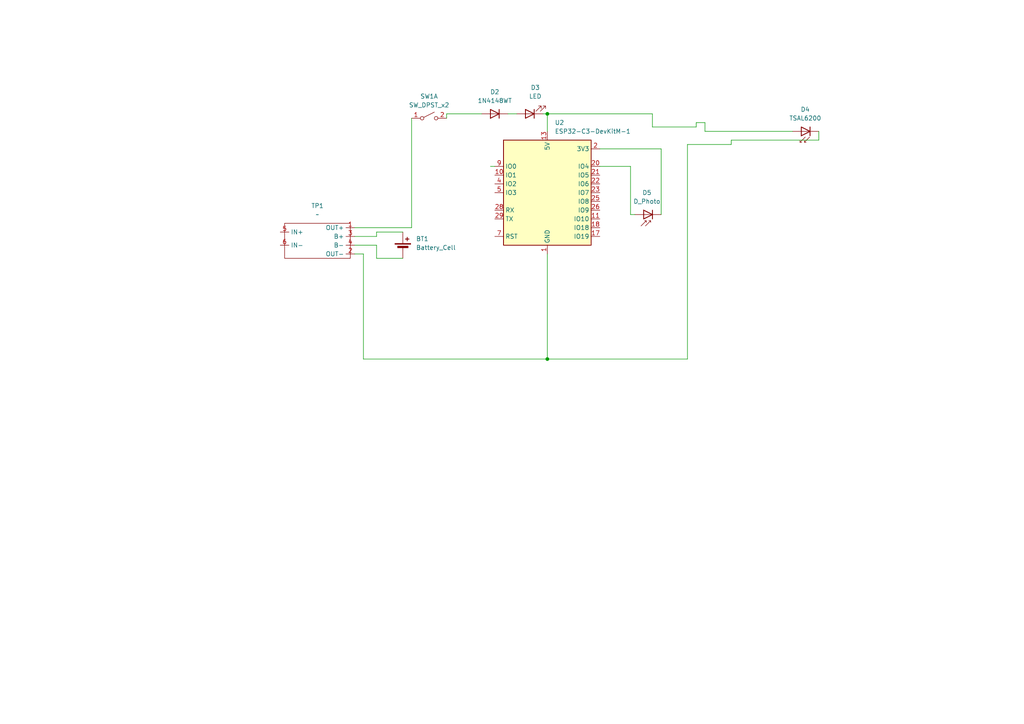
<source format=kicad_sch>
(kicad_sch (version 20250114) (generator "eeschema") (generator_version "9.0")
  (paper "A4")
  (lib_symbols
    (symbol "Device:Battery_Cell" (pin_numbers (hide yes)) (pin_names (offset 0) (hide yes))
      (property "Reference" "BT" (at 2.54 2.54 0))
      (property "Value" "Battery_Cell" (at 2.54 0 0))
      (symbol "Battery_Cell_0_1"
        (rectangle (start -2.286 1.778) (end 2.286 1.524) (fill (type outline)))
        (rectangle (start -1.524 1.016) (end 1.524 0.508) (fill (type outline)))
        (polyline (pts (xy 0 1.778) (xy 0 2.54)))
        (polyline (pts (xy 0 0.762) (xy 0 0)))
        (polyline (pts (xy 0.762 3.048) (xy 1.778 3.048)) (stroke (width 0.254)))
        (polyline (pts (xy 1.27 3.556) (xy 1.27 2.54)) (stroke (width 0.254)))
      )
      (symbol "Battery_Cell_1_1"
        (pin passive line (at 0 5.08 270) (length 2.54) (name "+") (number "1"))
        (pin passive line (at 0 -2.54 90) (length 2.54) (name "-") (number "2"))
      )
    )
    (symbol "Device:D_Photo" (pin_numbers (hide yes)) (pin_names (hide yes))
      (property "Reference" "D" (at 0.508 1.778 0))
      (property "Value" "D_Photo" (at -1.016 -2.794 0))
      (symbol "D_Photo_0_1"
        (polyline (pts (xy -2.54 1.27) (xy -2.54 -1.27)) (stroke (width 0.254)))
        (polyline (pts (xy -2.032 1.778) (xy -1.524 1.778)))
        (polyline (pts (xy -0.508 3.302) (xy -2.032 1.778) (xy -2.032 2.286)))
        (polyline (pts (xy 0 0) (xy -2.54 0)))
        (polyline (pts (xy 0 -1.27) (xy 0 1.27) (xy -2.54 0) (xy 0 -1.27)) (stroke (width 0.254)))
        (polyline (pts (xy 0.762 3.302) (xy -0.762 1.778) (xy -0.762 2.286) (xy -0.762 1.778) (xy -0.254 1.778)))
      )
      (symbol "D_Photo_1_1"
        (pin passive line (at -5.08 0 0) (length 2.54) (name "K") (number "1"))
        (pin passive line (at 2.54 0 180) (length 2.54) (name "A") (number "2"))
      )
    )
    (symbol "Device:LED" (pin_numbers (hide yes)) (pin_names (offset 1.016) (hide yes))
      (property "Reference" "D" (at 0 2.54 0))
      (property "Value" "LED" (at 0 -2.54 0))
      (symbol "LED_0_1"
        (polyline (pts (xy -3.048 -0.762) (xy -4.572 -2.286) (xy -3.81 -2.286) (xy -4.572 -2.286) (xy -4.572 -1.524)))
        (polyline (pts (xy -1.778 -0.762) (xy -3.302 -2.286) (xy -2.54 -2.286) (xy -3.302 -2.286) (xy -3.302 -1.524)))
        (polyline (pts (xy -1.27 0) (xy 1.27 0)))
        (polyline (pts (xy -1.27 -1.27) (xy -1.27 1.27)) (stroke (width 0.254)))
        (polyline (pts (xy 1.27 -1.27) (xy 1.27 1.27) (xy -1.27 0) (xy 1.27 -1.27)) (stroke (width 0.254)))
      )
      (symbol "LED_1_1"
        (pin passive line (at -3.81 0 0) (length 2.54) (name "K") (number "1"))
        (pin passive line (at 3.81 0 180) (length 2.54) (name "A") (number "2"))
      )
    )
    (symbol "Diode:1N4148WT" (pin_numbers (hide yes)) (pin_names (hide yes))
      (property "Reference" "D" (at 0 2.54 0))
      (property "Value" "1N4148WT" (at 0 -2.54 0))
      (symbol "1N4148WT_0_1"
        (polyline (pts (xy -1.27 1.27) (xy -1.27 -1.27)) (stroke (width 0.254)))
        (polyline (pts (xy 1.27 1.27) (xy 1.27 -1.27) (xy -1.27 0) (xy 1.27 1.27)) (stroke (width 0.254)))
        (polyline (pts (xy 1.27 0) (xy -1.27 0)))
      )
      (symbol "1N4148WT_1_1"
        (pin passive line (at -3.81 0 0) (length 2.54) (name "K") (number "1"))
        (pin passive line (at 3.81 0 180) (length 2.54) (name "A") (number "2"))
      )
    )
    (symbol "LED:TSAL4400" (pin_numbers (hide yes)) (pin_names (offset 1.016) (hide yes))
      (property "Reference" "D" (at 0.508 1.778 0))
      (property "Value" "TSAL4400" (at -1.016 -2.794 0))
      (symbol "TSAL4400_0_1"
        (polyline (pts (xy -2.54 1.27) (xy -2.54 -1.27)) (stroke (width 0.254)))
        (polyline (pts (xy -2.413 1.651) (xy -0.889 3.175) (xy -0.889 2.667) (xy -0.889 3.175) (xy -1.397 3.175)))
        (polyline (pts (xy -1.143 1.651) (xy 0.381 3.175) (xy 0.381 2.667)))
        (polyline (pts (xy 0 1.27) (xy -2.54 0) (xy 0 -1.27) (xy 0 1.27)) (stroke (width 0.254)))
        (polyline (pts (xy 0 0) (xy -2.54 0)))
        (polyline (pts (xy 0.381 3.175) (xy -0.127 3.175)))
      )
      (symbol "TSAL4400_1_1"
        (pin passive line (at -5.08 0 0) (length 2.54) (name "K") (number "1"))
        (pin passive line (at 2.54 0 180) (length 2.54) (name "A") (number "2"))
      )
    )
    (symbol "New_Library_1:TP4056_battry_charger"
      (property "Reference" "TP1" (at 3.175 3.81 0))
      (property "Value" "~" (at 3.175 1.27 0))
      (symbol "TP4056_battry_charger_0_1"
        (rectangle (start -6.35 -1.27) (end 12.7 -11.43))
      )
      (symbol "TP4056_battry_charger_1_1"
        (pin power_in line (at -7.62 -3.81 0) (length 2.54) (name "IN+") (number "5"))
        (pin power_in line (at -7.62 -7.62 0) (length 2.54) (name "IN-") (number "6"))
        (pin power_out line (at 13.97 -2.54 180) (length 2.54) (name "OUT+") (number "1"))
        (pin power_in line (at 13.97 -5.08 180) (length 2.54) (name "B+") (number "3"))
        (pin power_in line (at 13.97 -7.62 180) (length 2.54) (name "B-") (number "4"))
        (pin power_out line (at 13.97 -10.16 180) (length 2.54) (name "OUT-") (number "2"))
      )
    )
    (symbol "RF_Module:ESP32-C3-DevKitM-1"
      (property "Reference" "U" (at 7.62 16.51 0))
      (property "Value" "ESP32-C3-DevKitM-1" (at 11.684 -16.764 0))
      (symbol "ESP32-C3-DevKitM-1_1_1"
        (rectangle (start -12.7 15.24) (end 12.7 -15.24) (stroke (width 0.254)) (fill (type background)))
        (pin bidirectional line (at -15.24 7.62 0) (length 2.54) (name "IO0") (number "9"))
        (pin bidirectional line (at -15.24 5.08 0) (length 2.54) (name "IO1") (number "10"))
        (pin bidirectional line (at -15.24 2.54 0) (length 2.54) (name "IO2") (number "4"))
        (pin bidirectional line (at -15.24 0 0) (length 2.54) (name "IO3") (number "5"))
        (pin input line (at -15.24 -5.08 0) (length 2.54) (name "RX") (number "28"))
        (pin output line (at -15.24 -7.62 0) (length 2.54) (name "TX") (number "29"))
        (pin input line (at -15.24 -12.7 0) (length 2.54) (name "RST") (number "7"))
        (pin passive line (at 0 17.78 270) (length 2.54) (name "5V") (number "13"))
        (pin passive line (at 0 17.78 270) (length 2.54) (hide yes) (name "5V") (number "14"))
        (pin power_in line (at 0 -17.78 90) (length 2.54) (name "GND") (number "1"))
        (pin passive line (at 0 -17.78 90) (length 2.54) (hide yes) (name "GND") (number "12"))
        (pin passive line (at 0 -17.78 90) (length 2.54) (hide yes) (name "GND") (number "15"))
        (pin passive line (at 0 -17.78 90) (length 2.54) (hide yes) (name "GND") (number "16"))
        (pin passive line (at 0 -17.78 90) (length 2.54) (hide yes) (name "GND") (number "19"))
        (pin passive line (at 0 -17.78 90) (length 2.54) (hide yes) (name "GND") (number "24"))
        (pin passive line (at 0 -17.78 90) (length 2.54) (hide yes) (name "GND") (number "27"))
        (pin passive line (at 0 -17.78 90) (length 2.54) (hide yes) (name "GND") (number "30"))
        (pin passive line (at 0 -17.78 90) (length 2.54) (hide yes) (name "GND") (number "6"))
        (pin passive line (at 0 -17.78 90) (length 2.54) (hide yes) (name "GND") (number "8"))
        (pin power_out line (at 15.24 12.7 180) (length 2.54) (name "3V3") (number "2"))
        (pin passive line (at 15.24 12.7 180) (length 2.54) (hide yes) (name "3V3") (number "3"))
        (pin bidirectional line (at 15.24 7.62 180) (length 2.54) (name "IO4") (number "20"))
        (pin bidirectional line (at 15.24 5.08 180) (length 2.54) (name "IO5") (number "21"))
        (pin bidirectional line (at 15.24 2.54 180) (length 2.54) (name "IO6") (number "22"))
        (pin bidirectional line (at 15.24 0 180) (length 2.54) (name "IO7") (number "23"))
        (pin bidirectional line (at 15.24 -2.54 180) (length 2.54) (name "IO8") (number "25"))
        (pin bidirectional line (at 15.24 -5.08 180) (length 2.54) (name "IO9") (number "26"))
        (pin bidirectional line (at 15.24 -7.62 180) (length 2.54) (name "IO10") (number "11"))
        (pin bidirectional line (at 15.24 -10.16 180) (length 2.54) (name "IO18") (number "18"))
        (pin bidirectional line (at 15.24 -12.7 180) (length 2.54) (name "IO19") (number "17"))
      )
    )
    (symbol "Switch:SW_DPST_x2" (pin_names (offset 0) (hide yes))
      (property "Reference" "SW" (at 0 3.175 0))
      (property "Value" "SW_DPST_x2" (at 0 -2.54 0))
      (symbol "SW_DPST_x2_0_0"
        (circle (center -2.032 0) (radius 0.508))
        (polyline (pts (xy -1.524 0.254) (xy 1.524 1.778)))
        (circle (center 2.032 0) (radius 0.508))
      )
      (symbol "SW_DPST_x2_1_1"
        (pin passive line (at -5.08 0 0) (length 2.54) (name "A") (number "1"))
        (pin passive line (at 5.08 0 180) (length 2.54) (name "B") (number "2"))
      )
      (symbol "SW_DPST_x2_2_1"
        (pin passive line (at -5.08 0 0) (length 2.54) (name "A") (number "3"))
        (pin passive line (at 5.08 0 180) (length 2.54) (name "B") (number "4"))
      )
    )
  )
  (junction (at 158.75 104.14))
  (junction (at 158.75 33.02))
  (wire (pts (xy 109.22 71.12) (xy 109.22 74.93)))
  (wire (pts (xy 212.09 41.91) (xy 199.39 41.91)))
  (wire (pts (xy 182.88 48.26) (xy 173.99 48.26)))
  (wire (pts (xy 204.47 35.56) (xy 204.47 38.1)))
  (wire (pts (xy 189.23 36.83) (xy 201.93 36.83)))
  (wire (pts (xy 212.09 41.91) (xy 212.09 40.64)))
  (wire (pts (xy 129.54 33.02) (xy 139.7 33.02)))
  (wire (pts (xy 102.87 73.66) (xy 105.41 73.66)))
  (wire (pts (xy 109.22 68.58) (xy 109.22 67.31)))
  (wire (pts (xy 129.54 33.02) (xy 129.54 34.29)))
  (wire (pts (xy 158.75 33.02) (xy 189.23 33.02)))
  (wire (pts (xy 201.93 36.83) (xy 201.93 35.56)))
  (wire (pts (xy 157.48 33.02) (xy 158.75 33.02)))
  (wire (pts (xy 191.77 43.18) (xy 173.99 43.18)))
  (wire (pts (xy 201.93 35.56) (xy 204.47 35.56)))
  (wire (pts (xy 158.75 104.14) (xy 199.39 104.14)))
  (wire (pts (xy 199.39 41.91) (xy 199.39 104.14)))
  (wire (pts (xy 109.22 67.31) (xy 116.84 67.31)))
  (wire (pts (xy 191.77 43.18) (xy 191.77 62.23)))
  (wire (pts (xy 212.09 40.64) (xy 237.49 40.64)))
  (wire (pts (xy 102.87 66.04) (xy 119.38 66.04)))
  (wire (pts (xy 189.23 36.83) (xy 189.23 33.02)))
  (wire (pts (xy 158.75 33.02) (xy 158.75 38.1)))
  (wire (pts (xy 109.22 74.93) (xy 116.84 74.93)))
  (wire (pts (xy 142.24 48.26) (xy 143.51 48.26)))
  (wire (pts (xy 119.38 66.04) (xy 119.38 34.29)))
  (wire (pts (xy 237.49 38.1) (xy 237.49 40.64)))
  (wire (pts (xy 182.88 48.26) (xy 182.88 62.23)))
  (wire (pts (xy 204.47 38.1) (xy 229.87 38.1)))
  (wire (pts (xy 105.41 104.14) (xy 158.75 104.14)))
  (wire (pts (xy 102.87 71.12) (xy 109.22 71.12)))
  (wire (pts (xy 102.87 68.58) (xy 109.22 68.58)))
  (wire (pts (xy 105.41 73.66) (xy 105.41 104.14)))
  (wire (pts (xy 182.88 62.23) (xy 184.15 62.23)))
  (wire (pts (xy 158.75 73.66) (xy 158.75 104.14)))
  (wire (pts (xy 147.32 33.02) (xy 149.86 33.02)))
  (symbol (lib_id "Diode:1N4148WT") (at 143.51 33.02 180) (unit 1)
    (property "Reference" "D2" (at 143.51 26.67 0))
    (property "Value" "1N4148WT" (at 143.51 29.21 0))
    (property "Footprint" "Diode_SMD:D_SOD-523" (effects (hide yes)))
    (property "Datasheet" "https://www.diodes.com/assets/Datasheets/ds30396.pdf" (effects (hide yes)))
    (property "Description" "75V 0.15A Fast switching Diode, SOD-523" (effects (hide yes)))
    (property "Sim.Device" "D" (effects (hide yes)))
    (property "Sim.Pins" "1=K 2=A" (effects (hide yes)))
  )
  (symbol (lib_id "RF_Module:ESP32-C3-DevKitM-1") (at 158.75 55.88 0) (unit 1)
    (property "Reference" "U2" (at 160.8933 35.56 0) (effects (justify left)))
    (property "Value" "ESP32-C3-DevKitM-1" (at 160.8933 38.1 0) (effects (justify left)))
    (property "Footprint" "RF_Module:ESP32-C3-DevKitM-1" (effects (hide yes)))
    (property "Datasheet" "https://docs.espressif.com/projects/esp-idf/en/latest/esp32c3/hw-reference/esp32c3/user-guide-devkitm-1.html" (effects (hide yes)))
    (property "Description" "Development board featuring ESP32-C3-MINI-1 module" (effects (hide yes)))
  )
  (symbol (lib_id "Switch:SW_DPST_x2") (at 124.46 34.29 0) (unit 1)
    (property "Reference" "SW1" (at 124.46 27.94 0))
    (property "Value" "SW_DPST_x2" (at 124.46 30.48 0))
    (property "Footprint" "Button_Switch_SMD:SW_DIP_SPSTx01_Slide_9.78x4.72mm_W8.61mm_P2.54mm" (effects (hide yes)))
    (property "Description" "Single Pole Single Throw (SPST) switch, separate symbol" (effects (hide yes)))
  )
  (symbol (lib_id "New_Library_1:TP4056_battry_charger") (at 88.9 63.5 0) (unit 1)
    (property "Reference" "TP1" (at 92.075 59.69 0))
    (property "Value" "~" (at 92.075 62.23 0))
    (property "Footprint" "Connector:Sans titre_2" (effects (hide yes)))
  )
  (symbol (lib_id "Device:Battery_Cell") (at 116.84 72.39 0) (unit 1)
    (property "Reference" "BT1" (at 120.65 69.2784 0) (effects (justify left)))
    (property "Value" "Battery_Cell" (at 120.65 71.8184 0) (effects (justify left)))
    (property "Footprint" "Connector_JST:JST_EH_S2B-EH_1x02_P2.50mm_Horizontal" (effects (hide yes)))
    (property "Description" "Single-cell battery" (effects (hide yes)))
  )
  (symbol (lib_id "Device:D_Photo") (at 186.69 62.23 180) (unit 1)
    (property "Reference" "D5" (at 187.6425 55.88 0))
    (property "Value" "D_Photo" (at 187.6425 58.42 0))
    (property "Description" "Photodiode" (effects (hide yes)))
  )
  (symbol (lib_id "LED:TSAL4400") (at 232.41 38.1 180) (unit 1)
    (property "Reference" "D4" (at 233.553 31.75 0))
    (property "Value" "TSAL6200" (at 233.553 34.29 0))
    (property "Footprint" "LED_THT:LED_D3.0mm_IRBlack" (effects (hide yes)))
    (property "Datasheet" "http://www.vishay.com/docs/81006/tsal4400.pdf" (effects (hide yes)))
    (property "Description" "Infrared LED , 3mm LED package" (effects (hide yes)))
  )
  (symbol (lib_id "Device:LED") (at 153.67 33.02 180) (unit 1)
    (property "Reference" "D3" (at 155.2575 25.4 0))
    (property "Value" "LED" (at 155.2575 27.94 0))
    (property "Footprint" "LED_THT:LED_D4.0mm" (effects (hide yes)))
    (property "Description" "Light emitting diode" (effects (hide yes)))
    (property "Sim.Pins" "1=K 2=A" (effects (hide yes)))
  )
)
</source>
